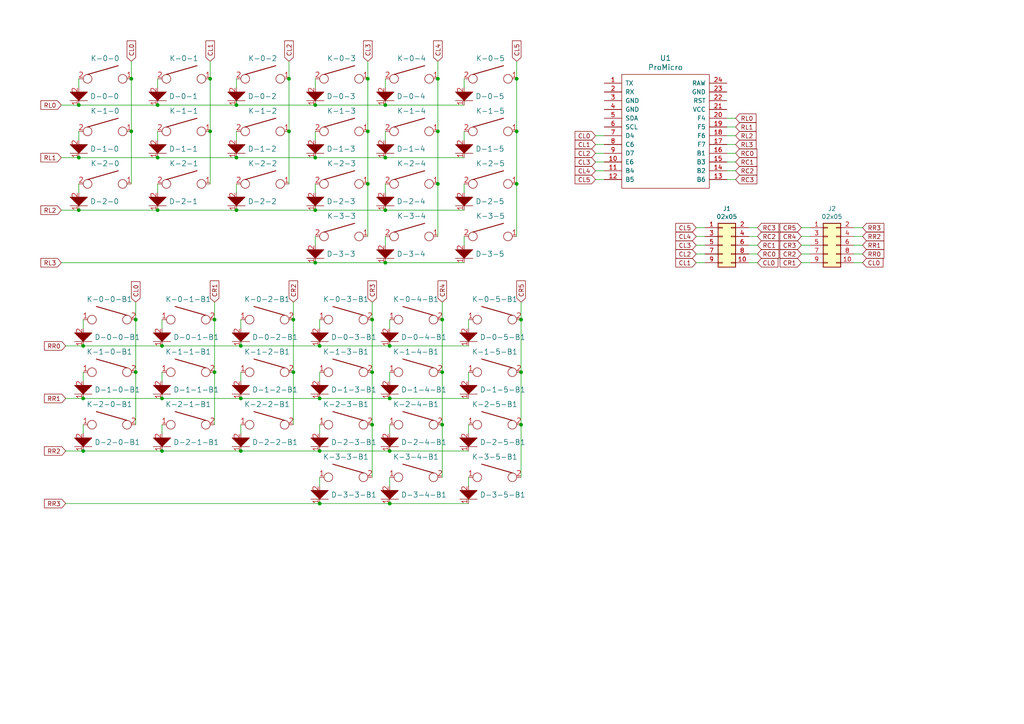
<source format=kicad_sch>
(kicad_sch (version 20211123) (generator eeschema)
  (paper "A4")
  (lib_symbols
    (symbol "kibod-01-rescue:D-keyboard_parts" (pin_names (offset 1.016))
      (property "Reference" "D" (at -3.81 -1.27 90))
      (symbol "D-keyboard_parts_0_1"
        (polyline (pts (xy -2.54 0) (xy 2.54 0)))
        (polyline (pts (xy 0 0) (xy -2.54 -2.54) (xy 2.54 -2.54) (xy 0 0)) (fill (type outline)))
      )
      (symbol "D-keyboard_parts_1_1"
        (pin passive line (at 0 1.27 270) (length 1.27) (name "~") (number "1"))
        (pin passive line (at 0 -3.81 90) (length 1.27) (name "~") (number "2"))
      )
    )
    (symbol "kibod-01-rescue:KEYSW-keyboard_parts" (pin_names (offset 1.016))
      (property "Reference" "K?" (at -1.27 0 0))
      (symbol "KEYSW-keyboard_parts_0_1"
        (circle (center -5.08 0) (radius 1.27))
        (polyline (pts (xy -5.08 1.27) (xy 3.81 3.81)) (stroke (width 0.254)))
        (circle (center 5.08 0) (radius 1.27))
      )
      (symbol "KEYSW-keyboard_parts_1_1"
        (pin passive line (at 7.62 0 180) (length 1.27) (name "~") (number "1"))
        (pin passive line (at -7.62 0 0) (length 1.27) (name "~") (number "2"))
      )
    )
    (symbol "kibod-01-rescue:ProMicro-promicro" (pin_names (offset 1.016))
      (property "Reference" "U" (at 0 24.13 0))
      (property "Value" "ProMicro-promicro" (at 0 -13.97 0))
      (symbol "ProMicro-promicro_0_1"
        (rectangle (start -12.7 21.59) (end 12.7 -11.43))
      )
      (symbol "ProMicro-promicro_1_1"
        (pin bidirectional line (at -17.78 19.05 0) (length 5.08) (name "TX") (number "1"))
        (pin bidirectional line (at -17.78 -3.81 0) (length 5.08) (name "E6") (number "10"))
        (pin bidirectional line (at -17.78 -6.35 0) (length 5.08) (name "B4") (number "11"))
        (pin bidirectional line (at -17.78 -8.89 0) (length 5.08) (name "B5") (number "12"))
        (pin bidirectional line (at 17.78 -8.89 180) (length 5.08) (name "B6") (number "13"))
        (pin bidirectional line (at 17.78 -6.35 180) (length 5.08) (name "B2") (number "14"))
        (pin bidirectional line (at 17.78 -3.81 180) (length 5.08) (name "B3") (number "15"))
        (pin bidirectional line (at 17.78 -1.27 180) (length 5.08) (name "B1") (number "16"))
        (pin bidirectional line (at 17.78 1.27 180) (length 5.08) (name "F7") (number "17"))
        (pin bidirectional line (at 17.78 3.81 180) (length 5.08) (name "F6") (number "18"))
        (pin bidirectional line (at 17.78 6.35 180) (length 5.08) (name "F5") (number "19"))
        (pin bidirectional line (at -17.78 16.51 0) (length 5.08) (name "RX") (number "2"))
        (pin bidirectional line (at 17.78 8.89 180) (length 5.08) (name "F4") (number "20"))
        (pin power_in line (at 17.78 11.43 180) (length 5.08) (name "VCC") (number "21"))
        (pin input line (at 17.78 13.97 180) (length 5.08) (name "RST") (number "22"))
        (pin power_in line (at 17.78 16.51 180) (length 5.08) (name "GND") (number "23"))
        (pin power_out line (at 17.78 19.05 180) (length 5.08) (name "RAW") (number "24"))
        (pin power_in line (at -17.78 13.97 0) (length 5.08) (name "GND") (number "3"))
        (pin power_in line (at -17.78 11.43 0) (length 5.08) (name "GND") (number "4"))
        (pin bidirectional line (at -17.78 8.89 0) (length 5.08) (name "SDA") (number "5"))
        (pin bidirectional line (at -17.78 6.35 0) (length 5.08) (name "SCL") (number "6"))
        (pin bidirectional line (at -17.78 3.81 0) (length 5.08) (name "D4") (number "7"))
        (pin bidirectional line (at -17.78 1.27 0) (length 5.08) (name "C6") (number "8"))
        (pin bidirectional line (at -17.78 -1.27 0) (length 5.08) (name "D7") (number "9"))
      )
    )
    (symbol "rick-kicad-lib:02x05" (pin_names (offset 1.016) hide)
      (property "Reference" "J" (at 1.27 7.62 0))
      (property "Value" "02x05" (at 1.27 -7.62 0))
      (symbol "02x05_1_1"
        (rectangle (start -1.27 -4.953) (end 0 -5.207) (stroke (width 0.1524)))
        (rectangle (start -1.27 -2.413) (end 0 -2.667) (stroke (width 0.1524)))
        (rectangle (start -1.27 0.127) (end 0 -0.127) (stroke (width 0.1524)))
        (rectangle (start -1.27 2.667) (end 0 2.413) (stroke (width 0.1524)))
        (rectangle (start -1.27 5.207) (end 0 4.953) (stroke (width 0.1524)))
        (rectangle (start -1.27 6.35) (end 3.81 -6.35) (stroke (width 0.254)) (fill (type background)))
        (rectangle (start 3.81 -4.953) (end 2.54 -5.207) (stroke (width 0.1524)))
        (rectangle (start 3.81 -2.413) (end 2.54 -2.667) (stroke (width 0.1524)))
        (rectangle (start 3.81 0.127) (end 2.54 -0.127) (stroke (width 0.1524)))
        (rectangle (start 3.81 2.667) (end 2.54 2.413) (stroke (width 0.1524)))
        (rectangle (start 3.81 5.207) (end 2.54 4.953) (stroke (width 0.1524)))
        (pin passive line (at -5.08 5.08 0) (length 3.81) (name "Pin_1") (number "1"))
        (pin passive line (at 7.62 -5.08 180) (length 3.81) (name "Pin_10") (number "10"))
        (pin passive line (at 7.62 5.08 180) (length 3.81) (name "Pin_2") (number "2"))
        (pin passive line (at -5.08 2.54 0) (length 3.81) (name "Pin_3") (number "3"))
        (pin passive line (at 7.62 2.54 180) (length 3.81) (name "Pin_4") (number "4"))
        (pin passive line (at -5.08 0 0) (length 3.81) (name "Pin_5") (number "5"))
        (pin passive line (at 7.62 0 180) (length 3.81) (name "Pin_6") (number "6"))
        (pin passive line (at -5.08 -2.54 0) (length 3.81) (name "Pin_7") (number "7"))
        (pin passive line (at 7.62 -2.54 180) (length 3.81) (name "Pin_8") (number "8"))
        (pin passive line (at -5.08 -5.08 0) (length 3.81) (name "Pin_9") (number "9"))
      )
    )
  )
  (junction (at 149.86 53.34))
  (junction (at 107.95 107.95))
  (junction (at 111.76 30.48))
  (junction (at 68.58 60.96))
  (junction (at 107.95 123.19))
  (junction (at 45.72 60.96))
  (junction (at 69.85 100.33))
  (junction (at 83.82 22.86))
  (junction (at 91.44 76.2))
  (junction (at 149.86 22.86))
  (junction (at 151.13 123.19))
  (junction (at 39.37 107.95))
  (junction (at 24.13 100.33))
  (junction (at 128.27 107.95))
  (junction (at 38.1 22.86))
  (junction (at 60.96 22.86))
  (junction (at 92.71 115.57))
  (junction (at 46.99 115.57))
  (junction (at 151.13 107.95))
  (junction (at 22.86 60.96))
  (junction (at 111.76 60.96))
  (junction (at 91.44 60.96))
  (junction (at 39.37 92.71))
  (junction (at 106.68 53.34))
  (junction (at 106.68 22.86))
  (junction (at 113.03 146.05))
  (junction (at 22.86 45.72))
  (junction (at 69.85 130.81))
  (junction (at 92.71 146.05))
  (junction (at 149.86 38.1))
  (junction (at 68.58 30.48))
  (junction (at 83.82 38.1))
  (junction (at 113.03 115.57))
  (junction (at 46.99 100.33))
  (junction (at 38.1 38.1))
  (junction (at 111.76 45.72))
  (junction (at 113.03 130.81))
  (junction (at 127 53.34))
  (junction (at 45.72 30.48))
  (junction (at 91.44 30.48))
  (junction (at 69.85 115.57))
  (junction (at 111.76 76.2))
  (junction (at 68.58 45.72))
  (junction (at 127 22.86))
  (junction (at 107.95 92.71))
  (junction (at 127 38.1))
  (junction (at 22.86 30.48))
  (junction (at 113.03 100.33))
  (junction (at 92.71 130.81))
  (junction (at 60.96 38.1))
  (junction (at 151.13 92.71))
  (junction (at 24.13 130.81))
  (junction (at 92.71 100.33))
  (junction (at 128.27 92.71))
  (junction (at 46.99 130.81))
  (junction (at 45.72 45.72))
  (junction (at 91.44 45.72))
  (junction (at 85.09 92.71))
  (junction (at 106.68 38.1))
  (junction (at 62.23 92.71))
  (junction (at 62.23 107.95))
  (junction (at 85.09 107.95))
  (junction (at 128.27 123.19))
  (junction (at 24.13 115.57))
  (wire (pts (xy 62.23 107.95) (xy 62.23 123.19)))
  (wire (pts (xy 175.26 41.91) (xy 172.72 41.91)))
  (wire (pts (xy 135.89 107.95) (xy 135.89 110.49)))
  (wire (pts (xy 149.86 53.34) (xy 149.86 68.58)))
  (wire (pts (xy 92.71 107.95) (xy 92.71 110.49)))
  (wire (pts (xy 106.68 22.86) (xy 106.68 38.1)))
  (wire (pts (xy 107.95 123.19) (xy 107.95 107.95)))
  (wire (pts (xy 22.86 53.34) (xy 22.86 55.88)))
  (wire (pts (xy 22.86 22.86) (xy 22.86 25.4)))
  (wire (pts (xy 83.82 17.78) (xy 83.82 22.86)))
  (wire (pts (xy 85.09 87.63) (xy 85.09 92.71)))
  (wire (pts (xy 92.71 123.19) (xy 92.71 125.73)))
  (wire (pts (xy 113.03 107.95) (xy 113.03 110.49)))
  (wire (pts (xy 213.36 52.07) (xy 210.82 52.07)))
  (wire (pts (xy 111.76 22.86) (xy 111.76 25.4)))
  (wire (pts (xy 111.76 38.1) (xy 111.76 40.64)))
  (wire (pts (xy 111.76 68.58) (xy 111.76 71.12)))
  (wire (pts (xy 210.82 49.53) (xy 213.36 49.53)))
  (wire (pts (xy 45.72 53.34) (xy 45.72 55.88)))
  (wire (pts (xy 113.03 123.19) (xy 113.03 125.73)))
  (wire (pts (xy 113.03 146.05) (xy 135.89 146.05)))
  (wire (pts (xy 234.95 76.2) (xy 232.41 76.2)))
  (wire (pts (xy 60.96 38.1) (xy 60.96 53.34)))
  (wire (pts (xy 234.95 71.12) (xy 232.41 71.12)))
  (wire (pts (xy 250.19 71.12) (xy 247.65 71.12)))
  (wire (pts (xy 91.44 60.96) (xy 111.76 60.96)))
  (wire (pts (xy 69.85 107.95) (xy 69.85 110.49)))
  (wire (pts (xy 45.72 60.96) (xy 68.58 60.96)))
  (wire (pts (xy 92.71 146.05) (xy 113.03 146.05)))
  (wire (pts (xy 24.13 115.57) (xy 19.05 115.57)))
  (wire (pts (xy 45.72 30.48) (xy 68.58 30.48)))
  (wire (pts (xy 92.71 115.57) (xy 113.03 115.57)))
  (wire (pts (xy 149.86 17.78) (xy 149.86 22.86)))
  (wire (pts (xy 213.36 41.91) (xy 210.82 41.91)))
  (wire (pts (xy 91.44 68.58) (xy 91.44 71.12)))
  (wire (pts (xy 91.44 76.2) (xy 111.76 76.2)))
  (wire (pts (xy 45.72 38.1) (xy 45.72 40.64)))
  (wire (pts (xy 69.85 100.33) (xy 92.71 100.33)))
  (wire (pts (xy 172.72 52.07) (xy 175.26 52.07)))
  (wire (pts (xy 85.09 92.71) (xy 85.09 107.95)))
  (wire (pts (xy 83.82 22.86) (xy 83.82 38.1)))
  (wire (pts (xy 113.03 130.81) (xy 135.89 130.81)))
  (wire (pts (xy 85.09 123.19) (xy 85.09 107.95)))
  (wire (pts (xy 106.68 53.34) (xy 106.68 68.58)))
  (wire (pts (xy 68.58 22.86) (xy 68.58 25.4)))
  (wire (pts (xy 134.62 68.58) (xy 134.62 71.12)))
  (wire (pts (xy 106.68 53.34) (xy 106.68 38.1)))
  (wire (pts (xy 91.44 53.34) (xy 91.44 55.88)))
  (wire (pts (xy 46.99 107.95) (xy 46.99 110.49)))
  (wire (pts (xy 17.78 76.2) (xy 91.44 76.2)))
  (wire (pts (xy 46.99 100.33) (xy 69.85 100.33)))
  (wire (pts (xy 111.76 53.34) (xy 111.76 55.88)))
  (wire (pts (xy 219.71 66.04) (xy 217.17 66.04)))
  (wire (pts (xy 68.58 60.96) (xy 91.44 60.96)))
  (wire (pts (xy 217.17 73.66) (xy 219.71 73.66)))
  (wire (pts (xy 172.72 49.53) (xy 175.26 49.53)))
  (wire (pts (xy 111.76 76.2) (xy 134.62 76.2)))
  (wire (pts (xy 24.13 107.95) (xy 24.13 110.49)))
  (wire (pts (xy 92.71 115.57) (xy 69.85 115.57)))
  (wire (pts (xy 128.27 87.63) (xy 128.27 92.71)))
  (wire (pts (xy 17.78 30.48) (xy 22.86 30.48)))
  (wire (pts (xy 113.03 100.33) (xy 135.89 100.33)))
  (wire (pts (xy 46.99 115.57) (xy 69.85 115.57)))
  (wire (pts (xy 127 38.1) (xy 127 53.34)))
  (wire (pts (xy 210.82 44.45) (xy 213.36 44.45)))
  (wire (pts (xy 219.71 76.2) (xy 217.17 76.2)))
  (wire (pts (xy 91.44 30.48) (xy 111.76 30.48)))
  (wire (pts (xy 201.93 68.58) (xy 204.47 68.58)))
  (wire (pts (xy 38.1 53.34) (xy 38.1 38.1)))
  (wire (pts (xy 46.99 92.71) (xy 46.99 95.25)))
  (wire (pts (xy 83.82 53.34) (xy 83.82 38.1)))
  (wire (pts (xy 250.19 66.04) (xy 247.65 66.04)))
  (wire (pts (xy 69.85 130.81) (xy 92.71 130.81)))
  (wire (pts (xy 111.76 30.48) (xy 134.62 30.48)))
  (wire (pts (xy 91.44 45.72) (xy 111.76 45.72)))
  (wire (pts (xy 22.86 38.1) (xy 22.86 40.64)))
  (wire (pts (xy 127 17.78) (xy 127 22.86)))
  (wire (pts (xy 62.23 92.71) (xy 62.23 87.63)))
  (wire (pts (xy 219.71 71.12) (xy 217.17 71.12)))
  (wire (pts (xy 172.72 44.45) (xy 175.26 44.45)))
  (wire (pts (xy 213.36 46.99) (xy 210.82 46.99)))
  (wire (pts (xy 134.62 22.86) (xy 134.62 25.4)))
  (wire (pts (xy 62.23 92.71) (xy 62.23 107.95)))
  (wire (pts (xy 149.86 38.1) (xy 149.86 53.34)))
  (wire (pts (xy 113.03 115.57) (xy 135.89 115.57)))
  (wire (pts (xy 22.86 60.96) (xy 17.78 60.96)))
  (wire (pts (xy 149.86 22.86) (xy 149.86 38.1)))
  (wire (pts (xy 106.68 17.78) (xy 106.68 22.86)))
  (wire (pts (xy 24.13 100.33) (xy 46.99 100.33)))
  (wire (pts (xy 175.26 46.99) (xy 172.72 46.99)))
  (wire (pts (xy 69.85 99.06) (xy 69.85 100.33)))
  (wire (pts (xy 134.62 53.34) (xy 134.62 55.88)))
  (wire (pts (xy 24.13 115.57) (xy 46.99 115.57)))
  (wire (pts (xy 24.13 130.81) (xy 46.99 130.81)))
  (wire (pts (xy 172.72 39.37) (xy 175.26 39.37)))
  (wire (pts (xy 151.13 123.19) (xy 151.13 138.43)))
  (wire (pts (xy 22.86 30.48) (xy 45.72 30.48)))
  (wire (pts (xy 113.03 138.43) (xy 113.03 140.97)))
  (wire (pts (xy 46.99 123.19) (xy 46.99 125.73)))
  (wire (pts (xy 151.13 107.95) (xy 151.13 123.19)))
  (wire (pts (xy 213.36 36.83) (xy 210.82 36.83)))
  (wire (pts (xy 134.62 38.1) (xy 134.62 40.64)))
  (wire (pts (xy 22.86 45.72) (xy 17.78 45.72)))
  (wire (pts (xy 92.71 100.33) (xy 113.03 100.33)))
  (wire (pts (xy 204.47 66.04) (xy 201.93 66.04)))
  (wire (pts (xy 250.19 68.58) (xy 247.65 68.58)))
  (wire (pts (xy 38.1 22.86) (xy 38.1 17.78)))
  (wire (pts (xy 92.71 138.43) (xy 92.71 140.97)))
  (wire (pts (xy 46.99 130.81) (xy 69.85 130.81)))
  (wire (pts (xy 232.41 73.66) (xy 234.95 73.66)))
  (wire (pts (xy 204.47 71.12) (xy 201.93 71.12)))
  (wire (pts (xy 127 22.86) (xy 127 38.1)))
  (wire (pts (xy 135.89 138.43) (xy 135.89 140.97)))
  (wire (pts (xy 91.44 38.1) (xy 91.44 40.64)))
  (wire (pts (xy 128.27 123.19) (xy 128.27 138.43)))
  (wire (pts (xy 107.95 92.71) (xy 107.95 107.95)))
  (wire (pts (xy 39.37 92.71) (xy 39.37 107.95)))
  (wire (pts (xy 92.71 130.81) (xy 113.03 130.81)))
  (wire (pts (xy 201.93 73.66) (xy 204.47 73.66)))
  (wire (pts (xy 92.71 92.71) (xy 92.71 95.25)))
  (wire (pts (xy 250.19 76.2) (xy 247.65 76.2)))
  (wire (pts (xy 204.47 76.2) (xy 201.93 76.2)))
  (wire (pts (xy 107.95 123.19) (xy 107.95 138.43)))
  (wire (pts (xy 68.58 29.21) (xy 68.58 30.48)))
  (wire (pts (xy 151.13 87.63) (xy 151.13 92.71)))
  (wire (pts (xy 210.82 39.37) (xy 213.36 39.37)))
  (wire (pts (xy 135.89 92.71) (xy 135.89 95.25)))
  (wire (pts (xy 45.72 22.86) (xy 45.72 25.4)))
  (wire (pts (xy 69.85 92.71) (xy 69.85 95.25)))
  (wire (pts (xy 217.17 68.58) (xy 219.71 68.58)))
  (wire (pts (xy 128.27 92.71) (xy 128.27 107.95)))
  (wire (pts (xy 91.44 45.72) (xy 68.58 45.72)))
  (wire (pts (xy 107.95 87.63) (xy 107.95 92.71)))
  (wire (pts (xy 38.1 22.86) (xy 38.1 38.1)))
  (wire (pts (xy 127 53.34) (xy 127 68.58)))
  (wire (pts (xy 111.76 60.96) (xy 134.62 60.96)))
  (wire (pts (xy 24.13 92.71) (xy 24.13 95.25)))
  (wire (pts (xy 24.13 130.81) (xy 19.05 130.81)))
  (wire (pts (xy 111.76 45.72) (xy 134.62 45.72)))
  (wire (pts (xy 60.96 22.86) (xy 60.96 38.1)))
  (wire (pts (xy 234.95 66.04) (xy 232.41 66.04)))
  (wire (pts (xy 113.03 92.71) (xy 113.03 95.25)))
  (wire (pts (xy 68.58 53.34) (xy 68.58 55.88)))
  (wire (pts (xy 128.27 107.95) (xy 128.27 123.19)))
  (wire (pts (xy 60.96 22.86) (xy 60.96 17.78)))
  (wire (pts (xy 39.37 87.63) (xy 39.37 92.71)))
  (wire (pts (xy 232.41 68.58) (xy 234.95 68.58)))
  (wire (pts (xy 39.37 123.19) (xy 39.37 107.95)))
  (wire (pts (xy 22.86 45.72) (xy 45.72 45.72)))
  (wire (pts (xy 91.44 22.86) (xy 91.44 25.4)))
  (wire (pts (xy 135.89 123.19) (xy 135.89 125.73)))
  (wire (pts (xy 151.13 92.71) (xy 151.13 107.95)))
  (wire (pts (xy 19.05 146.05) (xy 92.71 146.05)))
  (wire (pts (xy 24.13 123.19) (xy 24.13 125.73)))
  (wire (pts (xy 210.82 34.29) (xy 213.36 34.29)))
  (wire (pts (xy 68.58 38.1) (xy 68.58 40.64)))
  (wire (pts (xy 45.72 45.72) (xy 68.58 45.72)))
  (wire (pts (xy 22.86 60.96) (xy 45.72 60.96)))
  (wire (pts (xy 250.19 73.66) (xy 247.65 73.66)))
  (wire (pts (xy 68.58 30.48) (xy 91.44 30.48)))
  (wire (pts (xy 19.05 100.33) (xy 24.13 100.33)))
  (wire (pts (xy 69.85 123.19) (xy 69.85 125.73)))
  (global_label "RR0" (shape input) (at 250.19 73.66 0) (property "Intersheet References" "${INTERSHEET_REFS}" (effects hide)))
  (global_label "RR0" (shape input) (at 19.05 100.33 180) (property "Intersheet References" "${INTERSHEET_REFS}" (effects hide)))
  (global_label "RL3" (shape input) (at 213.36 41.91 0) (property "Intersheet References" "${INTERSHEET_REFS}" (effects hide)))
  (global_label "RL2" (shape input) (at 17.78 60.96 180) (property "Intersheet References" "${INTERSHEET_REFS}" (effects hide)))
  (global_label "CR1" (shape input) (at 232.41 76.2 180) (property "Intersheet References" "${INTERSHEET_REFS}" (effects hide)))
  (global_label "RL1" (shape input) (at 213.36 36.83 0) (property "Intersheet References" "${INTERSHEET_REFS}" (effects hide)))
  (global_label "CR3" (shape input) (at 107.95 87.63 90) (property "Intersheet References" "${INTERSHEET_REFS}" (effects hide)))
  (global_label "RL2" (shape input) (at 213.36 39.37 0) (property "Intersheet References" "${INTERSHEET_REFS}" (effects hide)))
  (global_label "CL5" (shape input) (at 201.93 66.04 180) (property "Intersheet References" "${INTERSHEET_REFS}" (effects hide)))
  (global_label "RR3" (shape input) (at 250.19 66.04 0) (property "Intersheet References" "${INTERSHEET_REFS}" (effects hide)))
  (global_label "CL2" (shape input) (at 172.72 44.45 180) (property "Intersheet References" "${INTERSHEET_REFS}" (effects hide)))
  (global_label "CL3" (shape input) (at 201.93 71.12 180) (property "Intersheet References" "${INTERSHEET_REFS}" (effects hide)))
  (global_label "CR2" (shape input) (at 85.09 87.63 90) (property "Intersheet References" "${INTERSHEET_REFS}" (effects hide)))
  (global_label "RC0" (shape input) (at 213.36 44.45 0) (property "Intersheet References" "${INTERSHEET_REFS}" (effects hide)))
  (global_label "CL1" (shape input) (at 60.96 17.78 90) (property "Intersheet References" "${INTERSHEET_REFS}" (effects hide)))
  (global_label "CL0" (shape input) (at 38.1 17.78 90) (property "Intersheet References" "${INTERSHEET_REFS}" (effects hide)))
  (global_label "CR3" (shape input) (at 232.41 71.12 180) (property "Intersheet References" "${INTERSHEET_REFS}" (effects hide)))
  (global_label "CL1" (shape input) (at 201.93 76.2 180) (property "Intersheet References" "${INTERSHEET_REFS}" (effects hide)))
  (global_label "CL5" (shape input) (at 149.86 17.78 90) (property "Intersheet References" "${INTERSHEET_REFS}" (effects hide)))
  (global_label "CL3" (shape input) (at 106.68 17.78 90) (property "Intersheet References" "${INTERSHEET_REFS}" (effects hide)))
  (global_label "RC0" (shape input) (at 219.71 73.66 0) (property "Intersheet References" "${INTERSHEET_REFS}" (effects hide)))
  (global_label "CL2" (shape input) (at 201.93 73.66 180) (property "Intersheet References" "${INTERSHEET_REFS}" (effects hide)))
  (global_label "CR4" (shape input) (at 232.41 68.58 180) (property "Intersheet References" "${INTERSHEET_REFS}" (effects hide)))
  (global_label "CL0" (shape input) (at 39.37 87.63 90) (property "Intersheet References" "${INTERSHEET_REFS}" (effects hide)))
  (global_label "CL2" (shape input) (at 83.82 17.78 90) (property "Intersheet References" "${INTERSHEET_REFS}" (effects hide)))
  (global_label "CR4" (shape input) (at 128.27 87.63 90) (property "Intersheet References" "${INTERSHEET_REFS}" (effects hide)))
  (global_label "CL0" (shape input) (at 219.71 76.2 0) (property "Intersheet References" "${INTERSHEET_REFS}" (effects hide)))
  (global_label "CL1" (shape input) (at 172.72 41.91 180) (property "Intersheet References" "${INTERSHEET_REFS}" (effects hide)))
  (global_label "CR2" (shape input) (at 232.41 73.66 180) (property "Intersheet References" "${INTERSHEET_REFS}" (effects hide)))
  (global_label "RL3" (shape input) (at 17.78 76.2 180) (property "Intersheet References" "${INTERSHEET_REFS}" (effects hide)))
  (global_label "RR1" (shape input) (at 19.05 115.57 180) (property "Intersheet References" "${INTERSHEET_REFS}" (effects hide)))
  (global_label "RC2" (shape input) (at 213.36 49.53 0) (property "Intersheet References" "${INTERSHEET_REFS}" (effects hide)))
  (global_label "RL0" (shape input) (at 17.78 30.48 180) (property "Intersheet References" "${INTERSHEET_REFS}" (effects hide)))
  (global_label "CL3" (shape input) (at 172.72 46.99 180) (property "Intersheet References" "${INTERSHEET_REFS}" (effects hide)))
  (global_label "CL0" (shape input) (at 172.72 39.37 180) (property "Intersheet References" "${INTERSHEET_REFS}" (effects hide)))
  (global_label "CL4" (shape input) (at 172.72 49.53 180) (property "Intersheet References" "${INTERSHEET_REFS}" (effects hide)))
  (global_label "RC3" (shape input) (at 213.36 52.07 0) (property "Intersheet References" "${INTERSHEET_REFS}" (effects hide)))
  (global_label "RC2" (shape input) (at 219.71 68.58 0) (property "Intersheet References" "${INTERSHEET_REFS}" (effects hide)))
  (global_label "CR1" (shape input) (at 62.23 87.63 90) (property "Intersheet References" "${INTERSHEET_REFS}" (effects hide)))
  (global_label "RL0" (shape input) (at 213.36 34.29 0) (property "Intersheet References" "${INTERSHEET_REFS}" (effects hide)))
  (global_label "RR1" (shape input) (at 250.19 71.12 0) (property "Intersheet References" "${INTERSHEET_REFS}" (effects hide)))
  (global_label "CR5" (shape input) (at 151.13 87.63 90) (property "Intersheet References" "${INTERSHEET_REFS}" (effects hide)))
  (global_label "RR2" (shape input) (at 250.19 68.58 0) (property "Intersheet References" "${INTERSHEET_REFS}" (effects hide)))
  (global_label "CL5" (shape input) (at 172.72 52.07 180) (property "Intersheet References" "${INTERSHEET_REFS}" (effects hide)))
  (global_label "RC3" (shape input) (at 219.71 66.04 0) (property "Intersheet References" "${INTERSHEET_REFS}" (effects hide)))
  (global_label "RL1" (shape input) (at 17.78 45.72 180) (property "Intersheet References" "${INTERSHEET_REFS}" (effects hide)))
  (global_label "RR2" (shape input) (at 19.05 130.81 180) (property "Intersheet References" "${INTERSHEET_REFS}" (effects hide)))
  (global_label "CR5" (shape input) (at 232.41 66.04 180) (property "Intersheet References" "${INTERSHEET_REFS}" (effects hide)))
  (global_label "RR3" (shape input) (at 19.05 146.05 180) (property "Intersheet References" "${INTERSHEET_REFS}" (effects hide)))
  (global_label "CL4" (shape input) (at 201.93 68.58 180) (property "Intersheet References" "${INTERSHEET_REFS}" (effects hide)))
  (global_label "RC1" (shape input) (at 213.36 46.99 0) (property "Intersheet References" "${INTERSHEET_REFS}" (effects hide)))
  (global_label "CL4" (shape input) (at 127 17.78 90) (property "Intersheet References" "${INTERSHEET_REFS}" (effects hide)))
  (global_label "CL0" (shape input) (at 250.19 76.2 0) (property "Intersheet References" "${INTERSHEET_REFS}" (effects hide)))
  (global_label "RC1" (shape input) (at 219.71 71.12 0) (property "Intersheet References" "${INTERSHEET_REFS}" (effects hide)))
  (symbol (lib_id "kibod-01-rescue:KEYSW-keyboard_parts") (at 30.48 22.86 0) (unit 1)
    (property "Reference" "K-0-0" (at 30.48 16.9418 0) (effects (font (size 1.524 1.524))))
    (property "Value" "KEYSW" (effects hide))
    (property "Footprint" "footprints:100-minimal-no-3d" (effects hide))
  )
  (symbol (lib_id "kibod-01-rescue:D-keyboard_parts") (at 22.86 29.21 180) (unit 1)
    (property "Reference" "D-0-0" (at 26.1112 27.94 0) (effects (font (size 1.524 1.524)) (justify right)))
    (property "Value" "D" (effects hide))
    (property "Footprint" "footprints:diode-vertical" (effects hide))
  )
  (symbol (lib_id "kibod-01-rescue:KEYSW-keyboard_parts") (at 53.34 22.86 0) (unit 1)
    (property "Reference" "K-0-1" (at 53.34 16.9418 0) (effects (font (size 1.524 1.524))))
    (property "Value" "KEYSW" (effects hide))
    (property "Footprint" "footprints:100-minimal-no-3d" (effects hide))
  )
  (symbol (lib_id "kibod-01-rescue:D-keyboard_parts") (at 45.72 29.21 180) (unit 1)
    (property "Reference" "D-0-1" (at 48.9712 27.94 0) (effects (font (size 1.524 1.524)) (justify right)))
    (property "Value" "D" (effects hide))
    (property "Footprint" "footprints:diode-vertical" (effects hide))
  )
  (symbol (lib_id "kibod-01-rescue:KEYSW-keyboard_parts") (at 30.48 38.1 0) (unit 1)
    (property "Reference" "K-1-0" (at 30.48 32.1818 0) (effects (font (size 1.524 1.524))))
    (property "Value" "KEYSW" (effects hide))
    (property "Footprint" "footprints:100-minimal-no-3d" (effects hide))
  )
  (symbol (lib_id "kibod-01-rescue:D-keyboard_parts") (at 22.86 44.45 180) (unit 1)
    (property "Reference" "D-1-0" (at 26.1112 43.18 0) (effects (font (size 1.524 1.524)) (justify right)))
    (property "Value" "D" (effects hide))
    (property "Footprint" "footprints:diode-vertical" (effects hide))
  )
  (symbol (lib_id "kibod-01-rescue:KEYSW-keyboard_parts") (at 53.34 38.1 0) (unit 1)
    (property "Reference" "K-1-1" (at 53.34 32.1818 0) (effects (font (size 1.524 1.524))))
    (property "Value" "KEYSW" (effects hide))
    (property "Footprint" "footprints:100-minimal-no-3d" (effects hide))
  )
  (symbol (lib_id "kibod-01-rescue:D-keyboard_parts") (at 45.72 44.45 180) (unit 1)
    (property "Reference" "D-1-1" (at 48.9712 43.18 0) (effects (font (size 1.524 1.524)) (justify right)))
    (property "Value" "D" (effects hide))
    (property "Footprint" "footprints:diode-vertical" (effects hide))
  )
  (symbol (lib_id "kibod-01-rescue:KEYSW-keyboard_parts") (at 76.2 22.86 0) (unit 1)
    (property "Reference" "K-0-2" (at 76.2 16.9418 0) (effects (font (size 1.524 1.524))))
    (property "Value" "KEYSW" (effects hide))
    (property "Footprint" "footprints:100-minimal-no-3d" (effects hide))
  )
  (symbol (lib_id "kibod-01-rescue:D-keyboard_parts") (at 68.58 29.21 180) (unit 1)
    (property "Reference" "D-0-2" (at 71.8312 27.94 0) (effects (font (size 1.524 1.524)) (justify right)))
    (property "Value" "D" (effects hide))
    (property "Footprint" "footprints:diode-vertical" (effects hide))
  )
  (symbol (lib_id "kibod-01-rescue:KEYSW-keyboard_parts") (at 99.06 22.86 0) (unit 1)
    (property "Reference" "K-0-3" (at 99.06 16.9418 0) (effects (font (size 1.524 1.524))))
    (property "Value" "KEYSW" (effects hide))
    (property "Footprint" "footprints:100-minimal-no-3d" (effects hide))
  )
  (symbol (lib_id "kibod-01-rescue:D-keyboard_parts") (at 91.44 29.21 180) (unit 1)
    (property "Reference" "D-0-3" (at 94.6912 27.94 0) (effects (font (size 1.524 1.524)) (justify right)))
    (property "Value" "D" (effects hide))
    (property "Footprint" "footprints:diode-vertical" (effects hide))
  )
  (symbol (lib_id "kibod-01-rescue:KEYSW-keyboard_parts") (at 76.2 38.1 0) (unit 1)
    (property "Reference" "K-1-2" (at 76.2 32.1818 0) (effects (font (size 1.524 1.524))))
    (property "Value" "KEYSW" (effects hide))
    (property "Footprint" "footprints:100-minimal-no-3d" (effects hide))
  )
  (symbol (lib_id "kibod-01-rescue:D-keyboard_parts") (at 68.58 44.45 180) (unit 1)
    (property "Reference" "D-1-2" (at 71.8312 43.18 0) (effects (font (size 1.524 1.524)) (justify right)))
    (property "Value" "D" (effects hide))
    (property "Footprint" "footprints:diode-vertical" (effects hide))
  )
  (symbol (lib_id "kibod-01-rescue:KEYSW-keyboard_parts") (at 99.06 38.1 0) (unit 1)
    (property "Reference" "K-1-3" (at 99.06 32.1818 0) (effects (font (size 1.524 1.524))))
    (property "Value" "KEYSW" (effects hide))
    (property "Footprint" "footprints:100-minimal-no-3d" (effects hide))
  )
  (symbol (lib_id "kibod-01-rescue:D-keyboard_parts") (at 91.44 44.45 180) (unit 1)
    (property "Reference" "D-1-3" (at 94.6912 43.18 0) (effects (font (size 1.524 1.524)) (justify right)))
    (property "Value" "D" (effects hide))
    (property "Footprint" "footprints:diode-vertical" (effects hide))
  )
  (symbol (lib_id "kibod-01-rescue:KEYSW-keyboard_parts") (at 30.48 53.34 0) (unit 1)
    (property "Reference" "K-2-0" (at 30.48 47.4218 0) (effects (font (size 1.524 1.524))))
    (property "Value" "KEYSW" (effects hide))
    (property "Footprint" "footprints:100-minimal-no-3d" (effects hide))
  )
  (symbol (lib_id "kibod-01-rescue:D-keyboard_parts") (at 22.86 59.69 180) (unit 1)
    (property "Reference" "D-2-0" (at 26.1112 58.42 0) (effects (font (size 1.524 1.524)) (justify right)))
    (property "Value" "D" (effects hide))
    (property "Footprint" "footprints:diode-vertical" (effects hide))
  )
  (symbol (lib_id "kibod-01-rescue:KEYSW-keyboard_parts") (at 53.34 53.34 0) (unit 1)
    (property "Reference" "K-2-1" (at 53.34 47.4218 0) (effects (font (size 1.524 1.524))))
    (property "Value" "KEYSW" (effects hide))
    (property "Footprint" "footprints:100-minimal-no-3d" (effects hide))
  )
  (symbol (lib_id "kibod-01-rescue:D-keyboard_parts") (at 45.72 59.69 180) (unit 1)
    (property "Reference" "D-2-1" (at 48.9712 58.42 0) (effects (font (size 1.524 1.524)) (justify right)))
    (property "Value" "D" (effects hide))
    (property "Footprint" "footprints:diode-vertical" (effects hide))
  )
  (symbol (lib_id "kibod-01-rescue:KEYSW-keyboard_parts") (at 142.24 68.58 0) (unit 1)
    (property "Reference" "K-3-5" (at 142.24 62.6618 0) (effects (font (size 1.524 1.524))))
    (property "Value" "KEYSW" (effects hide))
    (property "Footprint" "footprints:100-minimal-no-3d" (effects hide))
  )
  (symbol (lib_id "kibod-01-rescue:D-keyboard_parts") (at 134.62 74.93 180) (unit 1)
    (property "Reference" "D-3-5" (at 137.8712 73.66 0) (effects (font (size 1.524 1.524)) (justify right)))
    (property "Value" "D" (effects hide))
    (property "Footprint" "footprints:diode-vertical" (effects hide))
  )
  (symbol (lib_id "kibod-01-rescue:KEYSW-keyboard_parts") (at 76.2 53.34 0) (unit 1)
    (property "Reference" "K-2-2" (at 76.2 47.4218 0) (effects (font (size 1.524 1.524))))
    (property "Value" "KEYSW" (effects hide))
    (property "Footprint" "footprints:100-minimal-no-3d" (effects hide))
  )
  (symbol (lib_id "kibod-01-rescue:D-keyboard_parts") (at 68.58 59.69 180) (unit 1)
    (property "Reference" "D-2-2" (at 71.8312 58.42 0) (effects (font (size 1.524 1.524)) (justify right)))
    (property "Value" "D" (effects hide))
    (property "Footprint" "footprints:diode-vertical" (effects hide))
  )
  (symbol (lib_id "kibod-01-rescue:KEYSW-keyboard_parts") (at 99.06 53.34 0) (unit 1)
    (property "Reference" "K-2-3" (at 99.06 47.4218 0) (effects (font (size 1.524 1.524))))
    (property "Value" "KEYSW" (effects hide))
    (property "Footprint" "footprints:100-minimal-no-3d" (effects hide))
  )
  (symbol (lib_id "kibod-01-rescue:D-keyboard_parts") (at 91.44 59.69 180) (unit 1)
    (property "Reference" "D-2-3" (at 94.6912 58.42 0) (effects (font (size 1.524 1.524)) (justify right)))
    (property "Value" "D" (effects hide))
    (property "Footprint" "footprints:diode-vertical" (effects hide))
  )
  (symbol (lib_id "kibod-01-rescue:KEYSW-keyboard_parts") (at 119.38 22.86 0) (unit 1)
    (property "Reference" "K-0-4" (at 119.38 16.9418 0) (effects (font (size 1.524 1.524))))
    (property "Value" "KEYSW" (effects hide))
    (property "Footprint" "footprints:100-minimal-no-3d" (effects hide))
  )
  (symbol (lib_id "kibod-01-rescue:D-keyboard_parts") (at 111.76 29.21 180) (unit 1)
    (property "Reference" "D-0-4" (at 115.0112 27.94 0) (effects (font (size 1.524 1.524)) (justify right)))
    (property "Value" "D" (effects hide))
    (property "Footprint" "footprints:diode-vertical" (effects hide))
  )
  (symbol (lib_id "kibod-01-rescue:KEYSW-keyboard_parts") (at 142.24 22.86 0) (unit 1)
    (property "Reference" "K-0-5" (at 142.24 16.9418 0) (effects (font (size 1.524 1.524))))
    (property "Value" "KEYSW" (effects hide))
    (property "Footprint" "footprints:100-minimal-no-3d" (effects hide))
  )
  (symbol (lib_id "kibod-01-rescue:D-keyboard_parts") (at 134.62 29.21 180) (unit 1)
    (property "Reference" "D-0-5" (at 137.8712 27.94 0) (effects (font (size 1.524 1.524)) (justify right)))
    (property "Value" "D" (effects hide))
    (property "Footprint" "footprints:diode-vertical" (effects hide))
  )
  (symbol (lib_id "kibod-01-rescue:KEYSW-keyboard_parts") (at 119.38 38.1 0) (unit 1)
    (property "Reference" "K-1-4" (at 119.38 32.1818 0) (effects (font (size 1.524 1.524))))
    (property "Value" "KEYSW" (effects hide))
    (property "Footprint" "footprints:100-minimal-no-3d" (effects hide))
  )
  (symbol (lib_id "kibod-01-rescue:D-keyboard_parts") (at 111.76 44.45 180) (unit 1)
    (property "Reference" "D-1-4" (at 115.0112 43.18 0) (effects (font (size 1.524 1.524)) (justify right)))
    (property "Value" "D" (effects hide))
    (property "Footprint" "footprints:diode-vertical" (effects hide))
  )
  (symbol (lib_id "kibod-01-rescue:KEYSW-keyboard_parts") (at 142.24 38.1 0) (unit 1)
    (property "Reference" "K-1-5" (at 142.24 32.1818 0) (effects (font (size 1.524 1.524))))
    (property "Value" "KEYSW" (effects hide))
    (property "Footprint" "footprints:100-minimal-no-3d" (effects hide))
  )
  (symbol (lib_id "kibod-01-rescue:D-keyboard_parts") (at 134.62 44.45 180) (unit 1)
    (property "Reference" "D-1-5" (at 137.8712 43.18 0) (effects (font (size 1.524 1.524)) (justify right)))
    (property "Value" "D" (effects hide))
    (property "Footprint" "footprints:diode-vertical" (effects hide))
  )
  (symbol (lib_id "kibod-01-rescue:KEYSW-keyboard_parts") (at 119.38 53.34 0) (unit 1)
    (property "Reference" "K-2-4" (at 119.38 47.4218 0) (effects (font (size 1.524 1.524))))
    (property "Value" "KEYSW" (effects hide))
    (property "Footprint" "footprints:100-minimal-no-3d" (effects hide))
  )
  (symbol (lib_id "kibod-01-rescue:D-keyboard_parts") (at 111.76 59.69 180) (unit 1)
    (property "Reference" "D-2-4" (at 115.0112 58.42 0) (effects (font (size 1.524 1.524)) (justify right)))
    (property "Value" "D" (effects hide))
    (property "Footprint" "footprints:diode-vertical" (effects hide))
  )
  (symbol (lib_id "kibod-01-rescue:KEYSW-keyboard_parts") (at 142.24 53.34 0) (unit 1)
    (property "Reference" "K-2-5" (at 142.24 47.4218 0) (effects (font (size 1.524 1.524))))
    (property "Value" "KEYSW" (effects hide))
    (property "Footprint" "footprints:100-minimal-no-3d" (effects hide))
  )
  (symbol (lib_id "kibod-01-rescue:D-keyboard_parts") (at 134.62 59.69 180) (unit 1)
    (property "Reference" "D-2-5" (at 137.8712 58.42 0) (effects (font (size 1.524 1.524)) (justify right)))
    (property "Value" "D" (effects hide))
    (property "Footprint" "footprints:diode-vertical" (effects hide))
  )
  (symbol (lib_id "kibod-01-rescue:KEYSW-keyboard_parts") (at 99.06 68.58 0) (unit 1)
    (property "Reference" "K-3-3" (at 99.06 62.6618 0) (effects (font (size 1.524 1.524))))
    (property "Value" "KEYSW" (effects hide))
    (property "Footprint" "footprints:100-minimal-no-3d" (effects hide))
  )
  (symbol (lib_id "kibod-01-rescue:D-keyboard_parts") (at 91.44 74.93 180) (unit 1)
    (property "Reference" "D-3-3" (at 94.6912 73.66 0) (effects (font (size 1.524 1.524)) (justify right)))
    (property "Value" "D" (effects hide))
    (property "Footprint" "footprints:diode-vertical" (effects hide))
  )
  (symbol (lib_id "kibod-01-rescue:KEYSW-keyboard_parts") (at 119.38 68.58 0) (unit 1)
    (property "Reference" "K-3-4" (at 119.38 62.6618 0) (effects (font (size 1.524 1.524))))
    (property "Value" "KEYSW" (effects hide))
    (property "Footprint" "footprints:100-minimal-no-3d" (effects hide))
  )
  (symbol (lib_id "kibod-01-rescue:D-keyboard_parts") (at 111.76 74.93 180) (unit 1)
    (property "Reference" "D-3-4" (at 115.0112 73.66 0) (effects (font (size 1.524 1.524)) (justify right)))
    (property "Value" "D" (effects hide))
    (property "Footprint" "footprints:diode-vertical" (effects hide))
  )
  (symbol (lib_id "kibod-01-rescue:ProMicro-promicro") (at 193.04 43.18 0) (unit 1)
    (property "Reference" "U1" (at 193.04 16.8402 0) (effects (font (size 1.524 1.524))))
    (property "Value" "ProMicro" (at 193.04 19.5326 0) (effects (font (size 1.524 1.524))))
    (property "Footprint" "footprints:promicro" (effects hide))
  )
  (symbol (lib_id "rick-kicad-lib:02x05") (at 240.03 71.12 0) (unit 1)
    (property "Reference" "J2" (at 241.3 60.5282 0))
    (property "Value" "02x05" (at 241.3 62.8396 0))
    (property "Footprint" "footprints:connector-shrouded" (effects hide))
  )
  (symbol (lib_id "kibod-01-rescue:KEYSW-keyboard_parts") (at 31.75 107.95 0) (mirror y) (unit 1)
    (property "Reference" "K-1-0-B1" (at 31.75 102.0318 0) (effects (font (size 1.524 1.524))))
    (property "Value" "KEYSW" (effects hide))
    (property "Footprint" "footprints:100-minimal-no-3d" (effects hide))
  )
  (symbol (lib_id "kibod-01-rescue:D-keyboard_parts") (at 24.13 114.3 180) (unit 1)
    (property "Reference" "D-1-0-B1" (at 27.3812 113.03 0) (effects (font (size 1.524 1.524)) (justify right)))
    (property "Value" "D" (effects hide))
    (property "Footprint" "footprints:diode-vertical" (effects hide))
  )
  (symbol (lib_id "kibod-01-rescue:KEYSW-keyboard_parts") (at 54.61 107.95 0) (mirror y) (unit 1)
    (property "Reference" "K-1-1-B1" (at 54.61 102.0318 0) (effects (font (size 1.524 1.524))))
    (property "Value" "KEYSW" (effects hide))
    (property "Footprint" "footprints:100-minimal-no-3d" (effects hide))
  )
  (symbol (lib_id "kibod-01-rescue:D-keyboard_parts") (at 46.99 114.3 180) (unit 1)
    (property "Reference" "D-1-1-B1" (at 50.2412 113.03 0) (effects (font (size 1.524 1.524)) (justify right)))
    (property "Value" "D" (effects hide))
    (property "Footprint" "footprints:diode-vertical" (effects hide))
  )
  (symbol (lib_id "kibod-01-rescue:KEYSW-keyboard_parts") (at 77.47 92.71 0) (mirror y) (unit 1)
    (property "Reference" "K-0-2-B1" (at 77.47 86.7918 0) (effects (font (size 1.524 1.524))))
    (property "Value" "KEYSW" (effects hide))
    (property "Footprint" "footprints:100-minimal-no-3d" (effects hide))
  )
  (symbol (lib_id "kibod-01-rescue:D-keyboard_parts") (at 69.85 99.06 180) (unit 1)
    (property "Reference" "D-0-2-B1" (at 73.1012 97.79 0) (effects (font (size 1.524 1.524)) (justify right)))
    (property "Value" "D" (effects hide))
    (property "Footprint" "footprints:diode-vertical" (effects hide))
  )
  (symbol (lib_id "kibod-01-rescue:D-keyboard_parts") (at 69.85 114.3 180) (unit 1)
    (property "Reference" "D-1-2-B1" (at 73.1012 113.03 0) (effects (font (size 1.524 1.524)) (justify right)))
    (property "Value" "D" (effects hide))
    (property "Footprint" "footprints:diode-vertical" (effects hide))
  )
  (symbol (lib_id "kibod-01-rescue:KEYSW-keyboard_parts") (at 100.33 107.95 0) (mirror y) (unit 1)
    (property "Reference" "K-1-3-B1" (at 100.33 102.0318 0) (effects (font (size 1.524 1.524))))
    (property "Value" "KEYSW" (effects hide))
    (property "Footprint" "footprints:100-minimal-no-3d" (effects hide))
  )
  (symbol (lib_id "kibod-01-rescue:D-keyboard_parts") (at 92.71 114.3 180) (unit 1)
    (property "Reference" "D-1-3-B1" (at 95.9612 113.03 0) (effects (font (size 1.524 1.524)) (justify right)))
    (property "Value" "D" (effects hide))
    (property "Footprint" "footprints:diode-vertical" (effects hide))
  )
  (symbol (lib_id "kibod-01-rescue:KEYSW-keyboard_parts") (at 54.61 123.19 0) (mirror y) (unit 1)
    (property "Reference" "K-2-1-B1" (at 54.61 117.2718 0) (effects (font (size 1.524 1.524))))
    (property "Value" "KEYSW" (effects hide))
    (property "Footprint" "footprints:100-minimal-no-3d" (effects hide))
  )
  (symbol (lib_id "kibod-01-rescue:D-keyboard_parts") (at 46.99 129.54 180) (unit 1)
    (property "Reference" "D-2-1-B1" (at 50.2412 128.27 0) (effects (font (size 1.524 1.524)) (justify right)))
    (property "Value" "D" (effects hide))
    (property "Footprint" "footprints:diode-vertical" (effects hide))
  )
  (symbol (lib_id "kibod-01-rescue:D-keyboard_parts") (at 113.03 99.06 180) (unit 1)
    (property "Reference" "D-0-4-B1" (at 116.2812 97.79 0) (effects (font (size 1.524 1.524)) (justify right)))
    (property "Value" "D" (effects hide))
    (property "Footprint" "footprints:diode-vertical" (effects hide))
  )
  (symbol (lib_id "kibod-01-rescue:D-keyboard_parts") (at 113.03 114.3 180) (unit 1)
    (property "Reference" "D-1-4-B1" (at 116.2812 113.03 0) (effects (font (size 1.524 1.524)) (justify right)))
    (property "Value" "D" (effects hide))
    (property "Footprint" "footprints:diode-vertical" (effects hide))
  )
  (symbol (lib_id "kibod-01-rescue:KEYSW-keyboard_parts") (at 143.51 107.95 0) (mirror y) (unit 1)
    (property "Reference" "K-1-5-B1" (at 143.51 102.0318 0) (effects (font (size 1.524 1.524))))
    (property "Value" "KEYSW" (effects hide))
    (property "Footprint" "footprints:100-minimal-no-3d" (effects hide))
  )
  (symbol (lib_id "kibod-01-rescue:D-keyboard_parts") (at 135.89 114.3 180) (unit 1)
    (property "Reference" "D-1-5-B1" (at 139.1412 113.03 0) (effects (font (size 1.524 1.524)) (justify right)))
    (property "Value" "D" (effects hide))
    (property "Footprint" "footprints:diode-vertical" (effects hide))
  )
  (symbol (lib_id "kibod-01-rescue:D-keyboard_parts") (at 135.89 129.54 180) (unit 1)
    (property "Reference" "D-2-5-B1" (at 139.1412 128.27 0) (effects (font (size 1.524 1.524)) (justify right)))
    (property "Value" "D" (effects hide))
    (property "Footprint" "footprints:diode-vertical" (effects hide))
  )
  (symbol (lib_id "kibod-01-rescue:D-keyboard_parts") (at 24.13 99.06 180) (unit 1)
    (property "Reference" "D-0-0-B1" (at 27.3812 97.79 0) (effects (font (size 1.524 1.524)) (justify right)))
    (property "Value" "D" (effects hide))
    (property "Footprint" "footprints:diode-vertical" (effects hide))
  )
  (symbol (lib_id "kibod-01-rescue:D-keyboard_parts") (at 69.85 129.54 180) (unit 1)
    (property "Reference" "D-2-2-B1" (at 73.1012 128.27 0) (effects (font (size 1.524 1.524)) (justify right)))
    (property "Value" "D" (effects hide))
    (property "Footprint" "footprints:diode-vertical" (effects hide))
  )
  (symbol (lib_id "kibod-01-rescue:KEYSW-keyboard_parts") (at 31.75 123.19 0) (mirror y) (unit 1)
    (property "Reference" "K-2-0-B1" (at 31.75 117.2718 0) (effects (font (size 1.524 1.524))))
    (property "Value" "KEYSW" (effects hide))
    (property "Footprint" "footprints:100-minimal-no-3d" (effects hide))
  )
  (symbol (lib_id "kibod-01-rescue:D-keyboard_parts") (at 24.13 129.54 180) (unit 1)
    (property "Reference" "D-2-0-B1" (at 27.3812 128.27 0) (effects (font (size 1.524 1.524)) (justify right)))
    (property "Value" "D" (effects hide))
    (property "Footprint" "footprints:diode-vertical" (effects hide))
  )
  (symbol (lib_id "kibod-01-rescue:D-keyboard_parts") (at 92.71 129.54 180) (unit 1)
    (property "Reference" "D-2-3-B1" (at 95.9612 128.27 0) (effects (font (size 1.524 1.524)) (justify right)))
    (property "Value" "D" (effects hide))
    (property "Footprint" "footprints:diode-vertical" (effects hide))
  )
  (symbol (lib_id "kibod-01-rescue:KEYSW-keyboard_parts") (at 100.33 123.19 0) (mirror y) (unit 1)
    (property "Reference" "K-2-3-B1" (at 100.33 117.2718 0) (effects (font (size 1.524 1.524))))
    (property "Value" "KEYSW" (effects hide))
    (property "Footprint" "footprints:100-minimal-no-3d" (effects hide))
  )
  (symbol (lib_id "kibod-01-rescue:D-keyboard_parts") (at 46.99 99.06 180) (unit 1)
    (property "Reference" "D-0-1-B1" (at 50.2412 97.79 0) (effects (font (size 1.524 1.524)) (justify right)))
    (property "Value" "D" (effects hide))
    (property "Footprint" "footprints:diode-vertical" (effects hide))
  )
  (symbol (lib_id "kibod-01-rescue:KEYSW-keyboard_parts") (at 143.51 92.71 0) (mirror y) (unit 1)
    (property "Reference" "K-0-5-B1" (at 143.51 86.7918 0) (effects (font (size 1.524 1.524))))
    (property "Value" "KEYSW" (effects hide))
    (property "Footprint" "footprints:100-minimal-no-3d" (effects hide))
  )
  (symbol (lib_id "kibod-01-rescue:D-keyboard_parts") (at 135.89 99.06 180) (unit 1)
    (property "Reference" "D-0-5-B1" (at 139.1412 97.79 0) (effects (font (size 1.524 1.524)) (justify right)))
    (property "Value" "D" (effects hide))
    (property "Footprint" "footprints:diode-vertical" (effects hide))
  )
  (symbol (lib_id "kibod-01-rescue:D-keyboard_parts") (at 92.71 99.06 180) (unit 1)
    (property "Reference" "D-0-3-B1" (at 95.9612 97.79 0) (effects (font (size 1.524 1.524)) (justify right)))
    (property "Value" "D" (effects hide))
    (property "Footprint" "footprints:diode-vertical" (effects hide))
  )
  (symbol (lib_id "kibod-01-rescue:KEYSW-keyboard_parts") (at 120.65 107.95 0) (mirror y) (unit 1)
    (property "Reference" "K-1-4-B1" (at 120.65 102.0318 0) (effects (font (size 1.524 1.524))))
    (property "Value" "KEYSW" (effects hide))
    (property "Footprint" "footprints:100-minimal-no-3d" (effects hide))
  )
  (symbol (lib_id "kibod-01-rescue:KEYSW-keyboard_parts") (at 77.47 123.19 0) (mirror y) (unit 1)
    (property "Reference" "K-2-2-B1" (at 77.47 117.2718 0) (effects (font (size 1.524 1.524))))
    (property "Value" "KEYSW" (effects hide))
    (property "Footprint" "footprints:100-minimal-no-3d" (effects hide))
  )
  (symbol (lib_id "kibod-01-rescue:KEYSW-keyboard_parts") (at 143.51 138.43 0) (mirror y) (unit 1)
    (property "Reference" "K-3-5-B1" (at 143.51 132.5118 0) (effects (font (size 1.524 1.524))))
    (property "Value" "KEYSW" (effects hide))
    (property "Footprint" "footprints:100-minimal-no-3d" (effects hide))
  )
  (symbol (lib_id "kibod-01-rescue:D-keyboard_parts") (at 135.89 144.78 180) (unit 1)
    (property "Reference" "D-3-5-B1" (at 139.1412 143.51 0) (effects (font (size 1.524 1.524)) (justify right)))
    (property "Value" "D" (effects hide))
    (property "Footprint" "footprints:diode-vertical" (effects hide))
  )
  (symbol (lib_id "kibod-01-rescue:KEYSW-keyboard_parts") (at 120.65 138.43 0) (mirror y) (unit 1)
    (property "Reference" "K-3-4-B1" (at 120.65 132.5118 0) (effects (font (size 1.524 1.524))))
    (property "Value" "KEYSW" (effects hide))
    (property "Footprint" "footprints:100-minimal-no-3d" (effects hide))
  )
  (symbol (lib_id "kibod-01-rescue:D-keyboard_parts") (at 113.03 144.78 180) (unit 1)
    (property "Reference" "D-3-4-B1" (at 116.2812 143.51 0) (effects (font (size 1.524 1.524)) (justify right)))
    (property "Value" "D" (effects hide))
    (property "Footprint" "footprints:diode-vertical" (effects hide))
  )
  (symbol (lib_id "kibod-01-rescue:D-keyboard_parts") (at 92.71 144.78 180) (unit 1)
    (property "Reference" "D-3-3-B1" (at 95.9612 143.51 0) (effects (font (size 1.524 1.524)) (justify right)))
    (property "Value" "D" (effects hide))
    (property "Footprint" "footprints:diode-vertical" (effects hide))
  )
  (symbol (lib_id "kibod-01-rescue:KEYSW-keyboard_parts") (at 100.33 138.43 0) (mirror y) (unit 1)
    (property "Reference" "K-3-3-B1" (at 100.33 132.5118 0) (effects (font (size 1.524 1.524))))
    (property "Value" "KEYSW" (effects hide))
    (property "Footprint" "footprints:100-minimal-no-3d" (effects hide))
  )
  (symbol (lib_id "kibod-01-rescue:KEYSW-keyboard_parts") (at 120.65 123.19 0) (mirror y) (unit 1)
    (property "Reference" "K-2-4-B1" (at 120.65 117.2718 0) (effects (font (size 1.524 1.524))))
    (property "Value" "KEYSW" (effects hide))
    (property "Footprint" "footprints:100-minimal-no-3d" (effects hide))
  )
  (symbol (lib_id "kibod-01-rescue:D-keyboard_parts") (at 113.03 129.54 180) (unit 1)
    (property "Reference" "D-2-4-B1" (at 116.2812 128.27 0) (effects (font (size 1.524 1.524)) (justify right)))
    (property "Value" "D" (effects hide))
    (property "Footprint" "footprints:diode-vertical" (effects hide))
  )
  (symbol (lib_id "kibod-01-rescue:KEYSW-keyboard_parts") (at 143.51 123.19 0) (mirror y) (unit 1)
    (property "Reference" "K-2-5-B1" (at 143.51 117.2718 0) (effects (font (size 1.524 1.524))))
    (property "Value" "KEYSW" (effects hide))
    (property "Footprint" "footprints:100-minimal-no-3d" (effects hide))
  )
  (symbol (lib_id "kibod-01-rescue:KEYSW-keyboard_parts") (at 54.61 92.71 0) (mirror y) (unit 1)
    (property "Reference" "K-0-1-B1" (at 54.61 86.7918 0) (effects (font (size 1.524 1.524))))
    (property "Value" "KEYSW" (effects hide))
    (property "Footprint" "footprints:100-minimal-no-3d" (effects hide))
  )
  (symbol (lib_id "kibod-01-rescue:KEYSW-keyboard_parts") (at 100.33 92.71 0) (mirror y) (unit 1)
    (property "Reference" "K-0-3-B1" (at 100.33 86.7918 0) (effects (font (size 1.524 1.524))))
    (property "Value" "KEYSW" (effects hide))
    (property "Footprint" "footprints:100-minimal-no-3d" (effects hide))
  )
  (symbol (lib_id "kibod-01-rescue:KEYSW-keyboard_parts") (at 31.75 92.71 0) (mirror y) (unit 1)
    (property "Reference" "K-0-0-B1" (at 31.75 86.7918 0) (effects (font (size 1.524 1.524))))
    (property "Value" "KEYSW" (effects hide))
    (property "Footprint" "footprints:100-minimal-no-3d" (effects hide))
  )
  (symbol (lib_id "kibod-01-rescue:KEYSW-keyboard_parts") (at 120.65 92.71 0) (mirror y) (unit 1)
    (property "Reference" "K-0-4-B1" (at 120.65 86.7918 0) (effects (font (size 1.524 1.524))))
    (property "Value" "KEYSW" (effects hide))
    (property "Footprint" "footprints:100-minimal-no-3d" (effects hide))
  )
  (symbol (lib_id "kibod-01-rescue:KEYSW-keyboard_parts") (at 77.47 107.95 0) (mirror y) (unit 1)
    (property "Reference" "K-1-2-B1" (at 77.47 102.0318 0) (effects (font (size 1.524 1.524))))
    (property "Value" "KEYSW" (effects hide))
    (property "Footprint" "footprints:100-minimal-no-3d" (effects hide))
  )
  (symbol (lib_id "rick-kicad-lib:02x05") (at 209.55 71.12 0) (unit 1)
    (property "Reference" "J1" (at 210.82 60.5282 0))
    (property "Value" "02x05" (at 210.82 62.8396 0))
    (property "Footprint" "footprints:connector-shrouded" (effects hide))
  )
)
</source>
